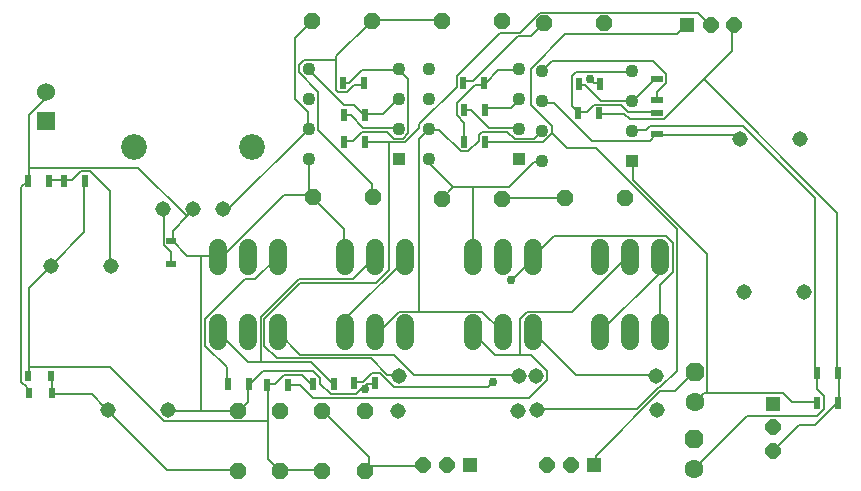
<source format=gbr>
G04 EAGLE Gerber RS-274X export*
G75*
%MOMM*%
%FSLAX34Y34*%
%LPD*%
%INTop Copper*%
%IPPOS*%
%AMOC8*
5,1,8,0,0,1.08239X$1,22.5*%
G01*
%ADD10C,1.524000*%
%ADD11P,1.429621X8X202.500000*%
%ADD12P,1.429621X8X22.500000*%
%ADD13P,1.732040X8X112.500000*%
%ADD14C,1.600200*%
%ADD15R,1.524000X1.524000*%
%ADD16C,1.524000*%
%ADD17R,1.300000X1.300000*%
%ADD18P,1.407107X8X22.500000*%
%ADD19P,1.407107X8X202.500000*%
%ADD20P,1.407107X8X112.500000*%
%ADD21R,1.108000X1.108000*%
%ADD22C,1.108000*%
%ADD23R,0.508000X1.016000*%
%ADD24R,1.016000X0.508000*%
%ADD25R,0.812800X0.600000*%
%ADD26R,0.600000X0.812800*%
%ADD27C,1.308000*%
%ADD28C,2.175000*%
%ADD29P,1.429621X8X112.500000*%
%ADD30C,0.152400*%
%ADD31C,0.756400*%


D10*
X556150Y205920D02*
X556150Y190680D01*
X530750Y190680D02*
X530750Y205920D01*
X505350Y205920D02*
X505350Y190680D01*
X448200Y190680D02*
X448200Y205920D01*
X422800Y205920D02*
X422800Y190680D01*
X397400Y190680D02*
X397400Y205920D01*
X340250Y205920D02*
X340250Y190680D01*
X314850Y190680D02*
X314850Y205920D01*
X289450Y205920D02*
X289450Y190680D01*
X232300Y190680D02*
X232300Y205920D01*
X206900Y205920D02*
X206900Y190680D01*
X181500Y190680D02*
X181500Y205920D01*
D11*
X422500Y247500D03*
X371700Y247500D03*
X422500Y398300D03*
X371700Y398300D03*
X312500Y249100D03*
X261700Y249100D03*
D12*
X261400Y398800D03*
X312200Y398800D03*
D13*
X585200Y101200D03*
D14*
X585200Y75800D03*
D13*
X584740Y44850D03*
D14*
X584740Y19450D03*
D12*
X475050Y248660D03*
X525850Y248660D03*
D11*
X508600Y396400D03*
X457800Y396400D03*
D15*
X35910Y313530D03*
D16*
X35910Y338530D03*
D17*
X395300Y22800D03*
D18*
X375300Y22800D03*
X355300Y22800D03*
D17*
X578700Y395300D03*
D19*
X598700Y395300D03*
X618700Y395300D03*
D17*
X500300Y22600D03*
D18*
X480300Y22600D03*
X460300Y22600D03*
D17*
X651900Y74600D03*
D20*
X651900Y54600D03*
X651900Y34600D03*
D10*
X505350Y127180D02*
X505350Y142420D01*
X530750Y142420D02*
X530750Y127180D01*
X556150Y127180D02*
X556150Y142420D01*
X397400Y142420D02*
X397400Y127180D01*
X422800Y127180D02*
X422800Y142420D01*
X448200Y142420D02*
X448200Y127180D01*
X289450Y127180D02*
X289450Y142420D01*
X314850Y142420D02*
X314850Y127180D01*
X340250Y127180D02*
X340250Y142420D01*
X181500Y142420D02*
X181500Y127180D01*
X206900Y127180D02*
X206900Y142420D01*
X232300Y142420D02*
X232300Y127180D01*
D21*
X334900Y281700D03*
D22*
X334900Y307100D03*
X334900Y332500D03*
X334900Y357900D03*
X258700Y357900D03*
X258700Y332500D03*
X258700Y307100D03*
X258700Y281700D03*
D23*
X390320Y296200D03*
X408100Y296200D03*
X389510Y345930D03*
X407290Y345930D03*
X390260Y323200D03*
X408040Y323200D03*
X190220Y91010D03*
X208000Y91010D03*
X297220Y91920D03*
X315000Y91920D03*
X222910Y90380D03*
X240690Y90380D03*
X262100Y90790D03*
X279880Y90790D03*
X486510Y320200D03*
X504290Y320200D03*
D24*
X553200Y320890D03*
X553200Y303110D03*
X553200Y349290D03*
X553200Y331510D03*
D23*
X51540Y263140D03*
X69320Y263140D03*
X486920Y345200D03*
X504700Y345200D03*
X706690Y75380D03*
X688910Y75380D03*
X706420Y100780D03*
X688640Y100780D03*
D25*
X142250Y192530D03*
X142250Y212530D03*
D26*
X20530Y98250D03*
X40530Y98250D03*
X41270Y83450D03*
X21270Y83450D03*
D23*
X20680Y262730D03*
X38460Y262730D03*
D27*
X552970Y69030D03*
X451370Y69030D03*
X451190Y97970D03*
X552790Y97970D03*
X334810Y97970D03*
X436410Y97970D03*
X436030Y68300D03*
X334430Y68300D03*
D21*
X436900Y281300D03*
D22*
X436900Y306700D03*
X436900Y332100D03*
X436900Y357500D03*
X360700Y357500D03*
X360700Y332100D03*
X360700Y306700D03*
X360700Y281300D03*
D27*
X160300Y239200D03*
X134900Y239200D03*
X185700Y239200D03*
D28*
X110300Y291700D03*
X210300Y291700D03*
D21*
X531900Y279900D03*
D22*
X531900Y305300D03*
X531900Y330700D03*
X531900Y356100D03*
X455700Y356100D03*
X455700Y330700D03*
X455700Y305300D03*
X455700Y279900D03*
D23*
X288180Y318930D03*
X305960Y318930D03*
X287120Y345930D03*
X304900Y345930D03*
X288760Y296230D03*
X306540Y296230D03*
D27*
X626900Y168900D03*
X677700Y168900D03*
X623900Y298900D03*
X674700Y298900D03*
X39900Y190800D03*
X90700Y190800D03*
X88200Y68900D03*
X139000Y68900D03*
D29*
X234000Y17600D03*
X234000Y68400D03*
X199000Y17600D03*
X199000Y68400D03*
X270000Y17600D03*
X270000Y68400D03*
X306000Y17600D03*
X306000Y68400D03*
D30*
X289560Y135636D02*
X289560Y146304D01*
X341376Y198120D01*
X289560Y135636D02*
X289450Y134800D01*
X340250Y198300D02*
X341376Y198120D01*
X188976Y105156D02*
X188976Y91440D01*
X188976Y105156D02*
X170688Y123444D01*
X170688Y146304D01*
X204216Y179832D01*
X213360Y179832D01*
X231648Y198120D01*
X190220Y91010D02*
X188976Y91440D01*
X231648Y198120D02*
X232300Y198300D01*
X260604Y109728D02*
X278892Y91440D01*
X217932Y109728D02*
X207264Y109728D01*
X217932Y109728D02*
X260604Y109728D01*
X207264Y109728D02*
X182880Y134112D01*
X278892Y91440D02*
X279880Y90790D01*
X182880Y134112D02*
X181500Y134800D01*
X295656Y179832D02*
X313944Y198120D01*
X295656Y179832D02*
X249936Y179832D01*
X217932Y147828D01*
X217932Y109728D01*
X313944Y198120D02*
X314850Y198300D01*
X326136Y295656D02*
X339852Y295656D01*
X326136Y295656D02*
X307848Y295656D01*
X339852Y295656D02*
X352044Y307848D01*
X352044Y310896D01*
X384048Y342900D01*
X384048Y352044D01*
X420624Y388620D01*
X437388Y388620D01*
X454152Y405384D01*
X588264Y405384D01*
X597408Y396240D01*
X307848Y295656D02*
X306540Y296230D01*
X597408Y396240D02*
X598700Y395300D01*
X333756Y99060D02*
X324612Y99060D01*
X310896Y112776D01*
X231648Y112776D01*
X220980Y123444D01*
X220980Y146304D01*
X251460Y176784D01*
X315468Y176784D01*
X326136Y187452D01*
X326136Y295656D01*
X333756Y99060D02*
X334810Y97970D01*
X287672Y318676D02*
X288180Y318930D01*
X289560Y318516D02*
X294132Y318516D01*
X304800Y307848D01*
X333756Y307848D01*
X289560Y318516D02*
X288180Y318930D01*
X333756Y307848D02*
X334900Y307100D01*
X305960Y318930D02*
X305960Y320200D01*
X306324Y320040D02*
X321564Y320040D01*
X333756Y332232D01*
X306324Y320040D02*
X305960Y318930D01*
X333756Y332232D02*
X334900Y332500D01*
X288036Y327660D02*
X259080Y356616D01*
X288036Y327660D02*
X297180Y327660D01*
X304800Y320040D01*
X259080Y356616D02*
X258700Y357900D01*
X304800Y320040D02*
X305960Y318930D01*
X287628Y345676D02*
X287120Y345930D01*
X289560Y297180D02*
X295656Y297180D01*
X303276Y304800D01*
X324612Y304800D01*
X330708Y298704D01*
X338328Y298704D01*
X342900Y303276D01*
X342900Y348996D01*
X335280Y356616D01*
X289560Y297180D02*
X288760Y296230D01*
X335280Y356616D02*
X334900Y357900D01*
X292608Y345948D02*
X288036Y345948D01*
X292608Y345948D02*
X303276Y356616D01*
X333756Y356616D01*
X288036Y345948D02*
X287120Y345930D01*
X333756Y356616D02*
X334900Y357900D01*
X141732Y202692D02*
X141732Y193548D01*
X141732Y202692D02*
X135636Y208788D01*
X135636Y237744D01*
X141732Y193548D02*
X142250Y192530D01*
X135636Y237744D02*
X134900Y239200D01*
X554736Y198120D02*
X554736Y184404D01*
X505968Y135636D01*
X554736Y198120D02*
X556150Y198300D01*
X505968Y135636D02*
X505350Y134800D01*
D31*
X429912Y179504D03*
D30*
X431292Y179832D02*
X449580Y198120D01*
X431292Y179832D02*
X429912Y179504D01*
X448200Y198300D02*
X449580Y198120D01*
X304800Y92964D02*
X298704Y92964D01*
X304800Y92964D02*
X312420Y100584D01*
X318516Y100584D01*
X330708Y88392D01*
X409956Y88392D01*
X414528Y92964D01*
X298704Y92964D02*
X297220Y91920D01*
X556260Y135636D02*
X556260Y175260D01*
X566928Y185928D01*
X566928Y210312D01*
X560832Y216408D01*
X466344Y216408D01*
X449580Y199644D01*
X556260Y135636D02*
X556150Y134800D01*
X449580Y199644D02*
X448200Y198300D01*
D31*
X414528Y92964D03*
D30*
X251460Y89916D02*
X240792Y89916D01*
X251460Y89916D02*
X262128Y79248D01*
X445008Y79248D01*
X460248Y94488D01*
X460248Y102108D01*
X446532Y115824D01*
X437388Y115824D02*
X416052Y115824D01*
X437388Y115824D02*
X446532Y115824D01*
X416052Y115824D02*
X397764Y134112D01*
X240690Y90380D02*
X240792Y89916D01*
X397400Y134800D02*
X397764Y134112D01*
X527304Y198120D02*
X530352Y198120D01*
X527304Y198120D02*
X481584Y152400D01*
X443484Y152400D01*
X437388Y146304D01*
X437388Y115824D01*
X530352Y198120D02*
X530750Y198300D01*
X396240Y323088D02*
X391668Y323088D01*
X396240Y323088D02*
X411480Y307848D01*
X435864Y307848D01*
X391668Y323088D02*
X390260Y323200D01*
X435864Y307848D02*
X436900Y306700D01*
X429768Y324612D02*
X408432Y324612D01*
X429768Y324612D02*
X435864Y330708D01*
X408432Y324612D02*
X408040Y323200D01*
X435864Y330708D02*
X436900Y332100D01*
X407290Y345930D02*
X406528Y345676D01*
X390144Y312420D02*
X390144Y297180D01*
X390144Y312420D02*
X384048Y318516D01*
X384048Y329184D01*
X399288Y344424D01*
X406908Y344424D01*
X390144Y297180D02*
X390320Y296200D01*
X406908Y344424D02*
X407290Y345930D01*
X419100Y356616D02*
X435864Y356616D01*
X419100Y356616D02*
X408432Y345948D01*
X435864Y356616D02*
X436900Y357500D01*
X408432Y345948D02*
X407290Y345930D01*
X389764Y347200D02*
X389510Y345930D01*
X305916Y345676D02*
X304900Y345930D01*
X388240Y347200D02*
X389510Y345930D01*
X707136Y100584D02*
X707136Y76200D01*
X706690Y75380D01*
X707136Y100584D02*
X706420Y100780D01*
X705612Y74676D02*
X687324Y56388D01*
X673608Y56388D01*
X652272Y35052D01*
X705612Y74676D02*
X706690Y75380D01*
X652272Y35052D02*
X651900Y34600D01*
X525780Y320040D02*
X504444Y320040D01*
X525780Y320040D02*
X530352Y315468D01*
X559308Y315468D01*
X592836Y348996D02*
X617220Y373380D01*
X592836Y348996D02*
X559308Y315468D01*
X617220Y373380D02*
X617220Y394716D01*
X504444Y320040D02*
X504290Y320200D01*
X617220Y394716D02*
X618700Y395300D01*
X705612Y236220D02*
X705612Y102108D01*
X705612Y236220D02*
X592836Y348996D01*
X705612Y102108D02*
X706420Y100780D01*
X50292Y263652D02*
X39624Y263652D01*
X38460Y262730D01*
X50292Y263652D02*
X51540Y263140D01*
X51816Y263652D02*
X57912Y263652D01*
X65532Y271272D01*
X73152Y271272D01*
X89916Y254508D01*
X89916Y192024D01*
X51540Y263140D02*
X51816Y263652D01*
X89916Y192024D02*
X90700Y190800D01*
X41148Y97536D02*
X41148Y83820D01*
X41148Y97536D02*
X40530Y98250D01*
X41148Y83820D02*
X41270Y83450D01*
X42672Y82296D02*
X74676Y82296D01*
X86868Y70104D01*
X42672Y82296D02*
X41270Y83450D01*
X86868Y70104D02*
X88200Y68900D01*
X138684Y18288D02*
X198120Y18288D01*
X138684Y18288D02*
X88392Y68580D01*
X198120Y18288D02*
X199000Y17600D01*
X88392Y68580D02*
X88200Y68900D01*
X309372Y21336D02*
X355092Y21336D01*
X309372Y21336D02*
X306324Y18288D01*
X355092Y21336D02*
X355300Y22800D01*
X306324Y18288D02*
X306000Y17600D01*
X309372Y21336D02*
X309372Y28956D01*
X271272Y67056D01*
X309372Y21336D02*
X306000Y17600D01*
X271272Y67056D02*
X270000Y68400D01*
X499872Y345948D02*
X504444Y345948D01*
X499872Y345948D02*
X496824Y348996D01*
X504444Y345948D02*
X504700Y345200D01*
X397764Y347472D02*
X390144Y347472D01*
X397764Y347472D02*
X435864Y385572D01*
X446532Y385572D01*
X457200Y396240D01*
X390144Y347472D02*
X389510Y345930D01*
X457200Y396240D02*
X457800Y396400D01*
X473964Y248412D02*
X423672Y248412D01*
X422500Y247500D01*
X473964Y248412D02*
X475050Y248660D01*
X304800Y344424D02*
X297180Y344424D01*
X291084Y338328D01*
X283464Y338328D01*
X281940Y339852D01*
X281940Y365760D02*
X281940Y368808D01*
X281940Y365760D02*
X281940Y339852D01*
X281940Y368808D02*
X310896Y397764D01*
X304900Y345930D02*
X304800Y344424D01*
X310896Y397764D02*
X312200Y398800D01*
X312420Y260604D02*
X312420Y249936D01*
X312420Y260604D02*
X266700Y306324D01*
X266700Y338328D01*
X249936Y355092D01*
X249936Y361188D01*
X254508Y365760D01*
X281940Y365760D01*
X312420Y249936D02*
X312500Y249100D01*
X312420Y399288D02*
X370332Y399288D01*
X371700Y398300D01*
X312420Y399288D02*
X312200Y398800D01*
D31*
X496824Y348996D03*
D30*
X21696Y261968D02*
X20680Y262730D01*
X20172Y263492D01*
X449580Y278892D02*
X455676Y278892D01*
X449580Y278892D02*
X428244Y257556D01*
X397764Y257556D02*
X381000Y257556D01*
X397764Y257556D02*
X428244Y257556D01*
X381000Y257556D02*
X371856Y248412D01*
X455676Y278892D02*
X455700Y279900D01*
X371856Y248412D02*
X371700Y247500D01*
X361188Y277368D02*
X361188Y280416D01*
X361188Y277368D02*
X381000Y257556D01*
X361188Y280416D02*
X360700Y281300D01*
X397764Y257556D02*
X397764Y199644D01*
X397400Y198300D01*
X19812Y88392D02*
X19812Y83820D01*
X19812Y88392D02*
X15240Y92964D01*
X15240Y257556D01*
X19812Y262128D01*
X19812Y83820D02*
X21270Y83450D01*
X19812Y262128D02*
X20680Y262730D01*
X35052Y332232D02*
X35052Y338328D01*
X35052Y332232D02*
X21336Y318516D01*
X21336Y274320D02*
X21336Y263652D01*
X21336Y274320D02*
X21336Y318516D01*
X35052Y338328D02*
X35910Y338530D01*
X21336Y263652D02*
X20680Y262730D01*
X207264Y89916D02*
X207264Y76200D01*
X199644Y68580D01*
X207264Y89916D02*
X208000Y91010D01*
X199644Y68580D02*
X199000Y68400D01*
X307848Y91440D02*
X313944Y91440D01*
X304800Y88392D02*
X298704Y82296D01*
X304800Y88392D02*
X307848Y91440D01*
X298704Y82296D02*
X277368Y82296D01*
X268224Y91440D01*
X268224Y96012D01*
X262128Y102108D01*
X219456Y102108D01*
X208788Y91440D01*
X313944Y91440D02*
X315000Y91920D01*
X208788Y91440D02*
X208000Y91010D01*
X198120Y68580D02*
X167640Y68580D01*
X140208Y68580D01*
X139000Y68900D01*
X198120Y68580D02*
X199000Y68400D01*
X304800Y88392D02*
X306324Y86868D01*
X143256Y213360D02*
X143256Y220980D01*
X155448Y233172D02*
X160020Y237744D01*
X155448Y233172D02*
X143256Y220980D01*
X143256Y213360D02*
X142250Y212530D01*
X160020Y237744D02*
X160300Y239200D01*
X155448Y199644D02*
X167640Y199644D01*
X181356Y199644D01*
X155448Y199644D02*
X143256Y211836D01*
X181356Y199644D02*
X181500Y198300D01*
X143256Y211836D02*
X142250Y212530D01*
X259080Y251460D02*
X259080Y280416D01*
X259080Y251460D02*
X260604Y249936D01*
X259080Y280416D02*
X258700Y281700D01*
X260604Y249936D02*
X261700Y249100D01*
X288036Y222504D02*
X288036Y199644D01*
X288036Y222504D02*
X262128Y248412D01*
X288036Y199644D02*
X289450Y198300D01*
X262128Y248412D02*
X261700Y249100D01*
X185928Y199644D02*
X182880Y199644D01*
X185928Y199644D02*
X237744Y251460D01*
X259080Y251460D01*
X182880Y199644D02*
X181500Y198300D01*
X259080Y251460D02*
X261700Y249100D01*
X167640Y199644D02*
X167640Y68580D01*
X114300Y274320D02*
X21336Y274320D01*
X114300Y274320D02*
X155448Y233172D01*
D31*
X306324Y86868D03*
D30*
X315468Y135636D02*
X318516Y135636D01*
X335280Y152400D01*
X352044Y152400D02*
X405384Y152400D01*
X352044Y152400D02*
X335280Y152400D01*
X405384Y152400D02*
X422148Y135636D01*
X315468Y135636D02*
X314850Y134800D01*
X422148Y135636D02*
X422800Y134800D01*
X368808Y306324D02*
X361188Y306324D01*
X368808Y306324D02*
X387096Y288036D01*
X393192Y288036D01*
X402336Y297180D01*
X402336Y301752D01*
X405384Y304800D01*
X426720Y304800D01*
X432816Y298704D01*
X449580Y298704D01*
X455676Y304800D01*
X361188Y306324D02*
X360700Y306700D01*
X455676Y304800D02*
X455700Y305300D01*
X352044Y298704D02*
X352044Y152400D01*
X352044Y298704D02*
X359664Y306324D01*
X360700Y306700D01*
X21336Y172212D02*
X21336Y105156D01*
X21336Y99060D01*
X21336Y172212D02*
X39624Y190500D01*
X21336Y99060D02*
X20530Y98250D01*
X39624Y190500D02*
X39900Y190800D01*
X68580Y219456D02*
X68580Y262128D01*
X68580Y219456D02*
X41148Y192024D01*
X68580Y262128D02*
X69320Y263140D01*
X41148Y192024D02*
X39900Y190800D01*
X224028Y91440D02*
X230124Y91440D01*
X237744Y99060D01*
X252984Y99060D01*
X260604Y91440D01*
X224028Y91440D02*
X222910Y90380D01*
X260604Y91440D02*
X262100Y90790D01*
X224028Y59436D02*
X224028Y27432D01*
X224028Y59436D02*
X224028Y89916D01*
X224028Y27432D02*
X233172Y18288D01*
X224028Y89916D02*
X222910Y90380D01*
X233172Y18288D02*
X234000Y17600D01*
X234696Y18288D02*
X269748Y18288D01*
X270000Y17600D01*
X234696Y18288D02*
X234000Y17600D01*
X257556Y307848D02*
X257556Y321564D01*
X246888Y332232D01*
X246888Y384048D01*
X260604Y397764D01*
X257556Y307848D02*
X258700Y307100D01*
X260604Y397764D02*
X261400Y398800D01*
X190500Y239268D02*
X185928Y239268D01*
X190500Y239268D02*
X257556Y306324D01*
X185928Y239268D02*
X185700Y239200D01*
X257556Y306324D02*
X258700Y307100D01*
X89916Y105156D02*
X21336Y105156D01*
X89916Y105156D02*
X135636Y59436D01*
X224028Y59436D01*
X501396Y30480D02*
X501396Y22860D01*
X501396Y30480D02*
X556260Y85344D01*
X568452Y85344D01*
X583692Y100584D01*
X501396Y22860D02*
X500300Y22600D01*
X583692Y100584D02*
X585200Y101200D01*
X667512Y76200D02*
X688848Y76200D01*
X667512Y76200D02*
X659892Y83820D01*
X595884Y83820D02*
X592836Y83820D01*
X595884Y83820D02*
X659892Y83820D01*
X592836Y83820D02*
X585216Y76200D01*
X688848Y76200D02*
X688910Y75380D01*
X585216Y76200D02*
X585200Y75800D01*
X533400Y263652D02*
X533400Y278892D01*
X533400Y263652D02*
X595884Y201168D01*
X595884Y83820D01*
X533400Y278892D02*
X531900Y279900D01*
X688848Y100584D02*
X688848Y86868D01*
X694944Y80772D01*
X694944Y70104D01*
X688848Y64008D01*
X629412Y64008D01*
X585216Y19812D01*
X688640Y100780D02*
X688848Y100584D01*
X585216Y19812D02*
X584740Y19450D01*
X544068Y306324D02*
X533400Y306324D01*
X544068Y306324D02*
X547116Y309372D01*
X626364Y309372D01*
X687324Y248412D01*
X687324Y102108D01*
X533400Y306324D02*
X531900Y305300D01*
X687324Y102108D02*
X688640Y100780D01*
X492252Y344424D02*
X487680Y344424D01*
X492252Y344424D02*
X505968Y330708D01*
X531876Y330708D01*
X487680Y344424D02*
X486920Y345200D01*
X531876Y330708D02*
X531900Y330700D01*
X533400Y330708D02*
X551688Y348996D01*
X553200Y349290D01*
X533400Y330708D02*
X531900Y330700D01*
X486510Y320200D02*
X486256Y320200D01*
X487680Y321564D02*
X493776Y321564D01*
X499872Y327660D01*
X522732Y327660D01*
X528828Y321564D01*
X551688Y321564D01*
X487680Y321564D02*
X486510Y320200D01*
X551688Y321564D02*
X553200Y320890D01*
X531876Y355092D02*
X484632Y355092D01*
X481584Y352044D01*
X481584Y326136D01*
X486156Y321564D01*
X531876Y355092D02*
X531900Y356100D01*
X486156Y321564D02*
X486510Y320200D01*
X553212Y301752D02*
X621792Y301752D01*
X623316Y300228D01*
X553212Y301752D02*
X553200Y303110D01*
X623316Y300228D02*
X623900Y298900D01*
X466344Y329184D02*
X457200Y329184D01*
X466344Y329184D02*
X498348Y297180D01*
X547116Y297180D01*
X551688Y301752D01*
X457200Y329184D02*
X455700Y330700D01*
X551688Y301752D02*
X553200Y303110D01*
X553212Y332232D02*
X553212Y338328D01*
X560832Y345948D01*
X560832Y353568D01*
X550164Y364236D01*
X464820Y364236D01*
X457200Y356616D01*
X553212Y332232D02*
X553200Y331510D01*
X457200Y356616D02*
X455700Y356100D01*
X408608Y296200D02*
X408100Y296200D01*
X408432Y295656D02*
X457200Y295656D01*
X464820Y303276D01*
X464820Y309372D01*
X446532Y327660D01*
X446532Y358140D01*
X475488Y387096D01*
X569976Y387096D01*
X577596Y394716D01*
X408432Y295656D02*
X408100Y296200D01*
X577596Y394716D02*
X578700Y395300D01*
X536448Y70104D02*
X452628Y70104D01*
X536448Y70104D02*
X554736Y88392D01*
X556260Y88392D01*
X569976Y102108D01*
X569976Y222504D01*
X501396Y291084D01*
X477012Y291084D01*
X464820Y303276D01*
X452628Y70104D02*
X451370Y69030D01*
X484632Y99060D02*
X551688Y99060D01*
X484632Y99060D02*
X449580Y134112D01*
X551688Y99060D02*
X552790Y97970D01*
X449580Y134112D02*
X448200Y134800D01*
X435864Y99060D02*
X347472Y99060D01*
X330708Y115824D01*
X251460Y115824D01*
X233172Y134112D01*
X435864Y99060D02*
X436410Y97970D01*
X233172Y134112D02*
X232300Y134800D01*
M02*

</source>
